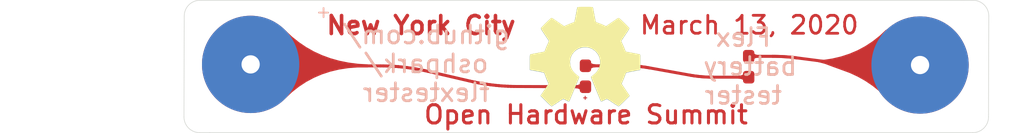
<source format=kicad_pcb>
(kicad_pcb (version 20171130) (host pcbnew 5.1.5-52549c5~84~ubuntu19.04.1)

  (general
    (thickness 1.6)
    (drawings 21)
    (tracks 105)
    (zones 0)
    (modules 6)
    (nets 4)
  )

  (page A4)
  (layers
    (0 F.Cu signal)
    (31 B.Cu signal)
    (32 B.Adhes user)
    (33 F.Adhes user)
    (34 B.Paste user)
    (35 F.Paste user)
    (36 B.SilkS user)
    (37 F.SilkS user)
    (38 B.Mask user)
    (39 F.Mask user)
    (40 Dwgs.User user)
    (41 Cmts.User user)
    (42 Eco1.User user)
    (43 Eco2.User user)
    (44 Edge.Cuts user)
    (45 Margin user)
    (46 B.CrtYd user)
    (47 F.CrtYd user)
    (48 B.Fab user)
    (49 F.Fab user)
  )

  (setup
    (last_trace_width 0.25)
    (trace_clearance 0.2)
    (zone_clearance 0.2)
    (zone_45_only no)
    (trace_min 0.2)
    (via_size 0.8)
    (via_drill 0.4)
    (via_min_size 0.4)
    (via_min_drill 0.3)
    (uvia_size 0.3)
    (uvia_drill 0.1)
    (uvias_allowed no)
    (uvia_min_size 0.2)
    (uvia_min_drill 0.1)
    (edge_width 0.05)
    (segment_width 0.2)
    (pcb_text_width 0.3)
    (pcb_text_size 1.5 1.5)
    (mod_edge_width 0.12)
    (mod_text_size 1 1)
    (mod_text_width 0.15)
    (pad_size 8.128 8.128)
    (pad_drill 1.524)
    (pad_to_mask_clearance 0.051)
    (solder_mask_min_width 0.25)
    (aux_axis_origin 0 0)
    (visible_elements FFFFFF7F)
    (pcbplotparams
      (layerselection 0x010fc_ffffffff)
      (usegerberextensions false)
      (usegerberattributes false)
      (usegerberadvancedattributes false)
      (creategerberjobfile false)
      (excludeedgelayer true)
      (linewidth 0.100000)
      (plotframeref false)
      (viasonmask false)
      (mode 1)
      (useauxorigin false)
      (hpglpennumber 1)
      (hpglpenspeed 20)
      (hpglpendiameter 15.000000)
      (psnegative false)
      (psa4output false)
      (plotreference true)
      (plotvalue true)
      (plotinvisibletext false)
      (padsonsilk false)
      (subtractmaskfromsilk false)
      (outputformat 1)
      (mirror false)
      (drillshape 1)
      (scaleselection 1)
      (outputdirectory ""))
  )

  (net 0 "")
  (net 1 GND)
  (net 2 +3V3)
  (net 3 "Net-(D1-Pad1)")

  (net_class Default "This is the default net class."
    (clearance 0.2)
    (trace_width 0.25)
    (via_dia 0.8)
    (via_drill 0.4)
    (uvia_dia 0.3)
    (uvia_drill 0.1)
    (add_net +3V3)
    (add_net GND)
    (add_net "Net-(D1-Pad1)")
  )

  (module touch:TestPoint_Pad_4.0x4.0mm (layer B.Cu) (tedit 5E4F1F96) (tstamp 5E48D7F6)
    (at 180.29682 95.63862)
    (descr "SMD rectangular pad as test Point, square 4.0mm side length")
    (tags "test point SMD pad rectangle square")
    (path /5DF4886B)
    (attr virtual)
    (fp_text reference J2 (at 0 2.898) (layer B.SilkS) hide
      (effects (font (size 1 1) (thickness 0.15)) (justify mirror))
    )
    (fp_text value Conn_01x01_Female (at 0 -3.1) (layer B.Fab) hide
      (effects (font (size 1 1) (thickness 0.15)) (justify mirror))
    )
    (fp_line (start 2.5 -2.5) (end -2.5 -2.5) (layer B.CrtYd) (width 0.05))
    (fp_line (start 2.5 -2.5) (end 2.5 2.5) (layer B.CrtYd) (width 0.05))
    (fp_line (start -2.5 2.5) (end -2.5 -2.5) (layer B.CrtYd) (width 0.05))
    (fp_line (start -2.5 2.5) (end 2.5 2.5) (layer B.CrtYd) (width 0.05))
    (fp_text user %R (at 0 2.9) (layer B.Fab) hide
      (effects (font (size 1 1) (thickness 0.15)) (justify mirror))
    )
    (pad 1 thru_hole circle (at 0 0) (size 8.128 8.128) (drill 1.524) (layers *.Cu *.Mask)
      (net 1 GND))
  )

  (module touch:TestPoint_Pad_4.0x4.0mm (layer B.Cu) (tedit 5E4F1ECC) (tstamp 5E48D97B)
    (at 124.61494 95.65132)
    (descr "SMD rectangular pad as test Point, square 4.0mm side length")
    (tags "test point SMD pad rectangle square")
    (path /5DF48217)
    (attr virtual)
    (fp_text reference J1 (at 0 2.898) (layer B.SilkS) hide
      (effects (font (size 1 1) (thickness 0.15)) (justify mirror))
    )
    (fp_text value Conn_01x01_Female (at 0 -3.1) (layer B.Fab) hide
      (effects (font (size 1 1) (thickness 0.15)) (justify mirror))
    )
    (fp_text user %R (at 0 2.9) (layer B.Fab) hide
      (effects (font (size 1 1) (thickness 0.15)) (justify mirror))
    )
    (fp_line (start -2.5 2.5) (end 2.5 2.5) (layer B.CrtYd) (width 0.05))
    (fp_line (start -2.5 2.5) (end -2.5 -2.5) (layer B.CrtYd) (width 0.05))
    (fp_line (start 2.5 -2.5) (end 2.5 2.5) (layer B.CrtYd) (width 0.05))
    (fp_line (start 2.5 -2.5) (end -2.5 -2.5) (layer B.CrtYd) (width 0.05))
    (pad 1 thru_hole circle (at -0.24384 -0.06604) (size 8.128 8.128) (drill 1.524) (layers *.Cu *.Mask)
      (net 2 +3V3))
  )

  (module Resistor_SMD:R_0603_1608Metric_Pad1.05x0.95mm_HandSolder (layer F.Cu) (tedit 5E4C6FEF) (tstamp 5E4CB3ED)
    (at 165.97884 95.77832 270)
    (descr "Resistor SMD 0603 (1608 Metric), square (rectangular) end terminal, IPC_7351 nominal with elongated pad for handsoldering. (Body size source: http://www.tortai-tech.com/upload/download/2011102023233369053.pdf), generated with kicad-footprint-generator")
    (tags "resistor handsolder")
    (path /5E4C332B)
    (attr smd)
    (fp_text reference R1 (at 0 -1.65 270) (layer F.SilkS) hide
      (effects (font (size 1 1) (thickness 0.15)))
    )
    (fp_text value R (at 0 1.65 270) (layer F.Fab)
      (effects (font (size 1 1) (thickness 0.15)))
    )
    (fp_text user %R (at 0 0 270) (layer F.Fab)
      (effects (font (size 0.5 0.5) (thickness 0.08)))
    )
    (fp_line (start 1.65 0.73) (end -1.65 0.73) (layer F.CrtYd) (width 0.05))
    (fp_line (start 1.65 -0.73) (end 1.65 0.73) (layer F.CrtYd) (width 0.05))
    (fp_line (start -1.65 -0.73) (end 1.65 -0.73) (layer F.CrtYd) (width 0.05))
    (fp_line (start -1.65 0.73) (end -1.65 -0.73) (layer F.CrtYd) (width 0.05))
    (fp_line (start 0.8 0.4) (end -0.8 0.4) (layer F.Fab) (width 0.1))
    (fp_line (start 0.8 -0.4) (end 0.8 0.4) (layer F.Fab) (width 0.1))
    (fp_line (start -0.8 -0.4) (end 0.8 -0.4) (layer F.Fab) (width 0.1))
    (fp_line (start -0.8 0.4) (end -0.8 -0.4) (layer F.Fab) (width 0.1))
    (pad 2 smd roundrect (at 0.875 0 270) (size 1.05 0.95) (layers F.Cu F.Paste F.Mask) (roundrect_rratio 0.25)
      (net 3 "Net-(D1-Pad1)"))
    (pad 1 smd roundrect (at -0.875 0 270) (size 1.05 0.95) (layers F.Cu F.Paste F.Mask) (roundrect_rratio 0.25)
      (net 1 GND))
    (model ${KISYS3DMOD}/Resistor_SMD.3dshapes/R_0603_1608Metric.wrl
      (at (xyz 0 0 0))
      (scale (xyz 1 1 1))
      (rotate (xyz 0 0 0))
    )
  )

  (module LED_SMD:LED_0603_1608Metric_Pad1.05x0.95mm_HandSolder (layer F.Cu) (tedit 5E4C3259) (tstamp 5E4872F7)
    (at 152.34412 96.57842 270)
    (descr "LED SMD 0603 (1608 Metric), square (rectangular) end terminal, IPC_7351 nominal, (Body size source: http://www.tortai-tech.com/upload/download/2011102023233369053.pdf), generated with kicad-footprint-generator")
    (tags "LED handsolder")
    (path /5DF40B3F)
    (attr smd)
    (fp_text reference D1 (at 0 -1.43 270) (layer F.SilkS) hide
      (effects (font (size 1 1) (thickness 0.15)))
    )
    (fp_text value LED (at 2.35588 3.76428 270) (layer F.Fab) hide
      (effects (font (size 1 1) (thickness 0.15)))
    )
    (fp_text user %R (at 0 0 270) (layer F.Fab)
      (effects (font (size 0.4 0.4) (thickness 0.06)))
    )
    (fp_line (start 1.65 0.73) (end -1.65 0.73) (layer F.CrtYd) (width 0.05))
    (fp_line (start 1.65 -0.73) (end 1.65 0.73) (layer F.CrtYd) (width 0.05))
    (fp_line (start -1.65 -0.73) (end 1.65 -0.73) (layer F.CrtYd) (width 0.05))
    (fp_line (start -1.65 0.73) (end -1.65 -0.73) (layer F.CrtYd) (width 0.05))
    (fp_line (start 0.8 0.4) (end 0.8 -0.4) (layer F.Fab) (width 0.1))
    (fp_line (start -0.8 0.4) (end 0.8 0.4) (layer F.Fab) (width 0.1))
    (fp_line (start -0.8 -0.1) (end -0.8 0.4) (layer F.Fab) (width 0.1))
    (fp_line (start -0.5 -0.4) (end -0.8 -0.1) (layer F.Fab) (width 0.1))
    (fp_line (start 0.8 -0.4) (end -0.5 -0.4) (layer F.Fab) (width 0.1))
    (pad 2 smd roundrect (at 0.875 0 270) (size 1.05 0.95) (layers F.Cu F.Paste F.Mask) (roundrect_rratio 0.25)
      (net 2 +3V3))
    (pad 1 smd roundrect (at -0.875 0 270) (size 1.05 0.95) (layers F.Cu F.Paste F.Mask) (roundrect_rratio 0.25)
      (net 3 "Net-(D1-Pad1)"))
    (model ${KISYS3DMOD}/LED_SMD.3dshapes/LED_0603_1608Metric.wrl
      (at (xyz 0 0 0))
      (scale (xyz 1 1 1))
      (rotate (xyz 0 0 0))
    )
  )

  (module Symbol:OSHW-Logo2_14.6x12mm_SilkScreen (layer B.Cu) (tedit 5E487EEC) (tstamp 5E490121)
    (at 152.3111 96.34474 180)
    (descr "Open Source Hardware Symbol")
    (tags "Logo Symbol OSHW")
    (attr virtual)
    (fp_text reference REF** (at 0 0) (layer B.SilkS) hide
      (effects (font (size 1 1) (thickness 0.15)) (justify mirror))
    )
    (fp_text value OSHW-Logo2_14.6x12mm_SilkScreen (at 0.75 0) (layer B.Fab) hide
      (effects (font (size 1 1) (thickness 0.15)) (justify mirror))
    )
    (fp_poly (pts (xy 0.209014 5.547002) (xy 0.367006 5.546137) (xy 0.481347 5.543795) (xy 0.559407 5.539238)
      (xy 0.608554 5.53173) (xy 0.636159 5.520534) (xy 0.649592 5.504912) (xy 0.656221 5.484127)
      (xy 0.656865 5.481437) (xy 0.666935 5.432887) (xy 0.685575 5.337095) (xy 0.710845 5.204257)
      (xy 0.740807 5.044569) (xy 0.773522 4.868226) (xy 0.774664 4.862033) (xy 0.807433 4.689218)
      (xy 0.838093 4.536531) (xy 0.864664 4.413129) (xy 0.885167 4.328169) (xy 0.897626 4.29081)
      (xy 0.89822 4.290148) (xy 0.934919 4.271905) (xy 1.010586 4.241503) (xy 1.108878 4.205507)
      (xy 1.109425 4.205315) (xy 1.233233 4.158778) (xy 1.379196 4.099496) (xy 1.516781 4.039891)
      (xy 1.523293 4.036944) (xy 1.74739 3.935235) (xy 2.243619 4.274103) (xy 2.395846 4.377408)
      (xy 2.533741 4.469763) (xy 2.649315 4.545916) (xy 2.734579 4.600615) (xy 2.781544 4.628607)
      (xy 2.786004 4.630683) (xy 2.820134 4.62144) (xy 2.883881 4.576844) (xy 2.979731 4.494791)
      (xy 3.110169 4.373179) (xy 3.243328 4.243795) (xy 3.371694 4.116298) (xy 3.486581 3.999954)
      (xy 3.581073 3.901948) (xy 3.648253 3.829464) (xy 3.681206 3.789687) (xy 3.682432 3.787639)
      (xy 3.686074 3.760344) (xy 3.67235 3.715766) (xy 3.637869 3.647888) (xy 3.579239 3.550689)
      (xy 3.49307 3.418149) (xy 3.3782 3.247524) (xy 3.276254 3.097345) (xy 3.185123 2.96265)
      (xy 3.110073 2.85126) (xy 3.056369 2.770995) (xy 3.02928 2.729675) (xy 3.027574 2.72687)
      (xy 3.030882 2.687279) (xy 3.055953 2.610331) (xy 3.097798 2.510568) (xy 3.112712 2.478709)
      (xy 3.177786 2.336774) (xy 3.247212 2.175727) (xy 3.303609 2.036379) (xy 3.344247 1.932956)
      (xy 3.376526 1.854358) (xy 3.395178 1.81328) (xy 3.397497 1.810115) (xy 3.431803 1.804872)
      (xy 3.512669 1.790506) (xy 3.629343 1.769063) (xy 3.771075 1.742587) (xy 3.92711 1.713123)
      (xy 4.086698 1.682717) (xy 4.239085 1.653412) (xy 4.373521 1.627255) (xy 4.479252 1.60629)
      (xy 4.545526 1.592561) (xy 4.561782 1.58868) (xy 4.578573 1.5791) (xy 4.591249 1.557464)
      (xy 4.600378 1.516469) (xy 4.606531 1.448811) (xy 4.61028 1.347188) (xy 4.612192 1.204297)
      (xy 4.61284 1.012835) (xy 4.612874 0.934355) (xy 4.612874 0.296094) (xy 4.459598 0.26584)
      (xy 4.374322 0.249436) (xy 4.24707 0.225491) (xy 4.093315 0.196893) (xy 3.928534 0.166533)
      (xy 3.882989 0.158194) (xy 3.730932 0.12863) (xy 3.598468 0.099558) (xy 3.496714 0.073671)
      (xy 3.436788 0.053663) (xy 3.426805 0.047699) (xy 3.402293 0.005466) (xy 3.367148 -0.07637)
      (xy 3.328173 -0.181683) (xy 3.320442 -0.204368) (xy 3.26936 -0.345018) (xy 3.205954 -0.503714)
      (xy 3.143904 -0.646225) (xy 3.143598 -0.646886) (xy 3.040267 -0.87044) (xy 3.719961 -1.870232)
      (xy 3.283621 -2.3073) (xy 3.151649 -2.437381) (xy 3.031279 -2.552048) (xy 2.929273 -2.645181)
      (xy 2.852391 -2.710658) (xy 2.807393 -2.742357) (xy 2.800938 -2.744368) (xy 2.76304 -2.728529)
      (xy 2.685708 -2.684496) (xy 2.577389 -2.61749) (xy 2.446532 -2.532734) (xy 2.305052 -2.437816)
      (xy 2.161461 -2.340998) (xy 2.033435 -2.256751) (xy 1.929105 -2.190258) (xy 1.8566 -2.146702)
      (xy 1.824158 -2.131264) (xy 1.784576 -2.144328) (xy 1.709519 -2.17875) (xy 1.614468 -2.22738)
      (xy 1.604392 -2.232785) (xy 1.476391 -2.29698) (xy 1.388618 -2.328463) (xy 1.334028 -2.328798)
      (xy 1.305575 -2.299548) (xy 1.30541 -2.299138) (xy 1.291188 -2.264498) (xy 1.257269 -2.182269)
      (xy 1.206284 -2.058814) (xy 1.140862 -1.900498) (xy 1.063634 -1.713686) (xy 0.977229 -1.504742)
      (xy 0.893551 -1.302446) (xy 0.801588 -1.0792) (xy 0.71715 -0.872392) (xy 0.642769 -0.688362)
      (xy 0.580974 -0.533451) (xy 0.534297 -0.413996) (xy 0.505268 -0.336339) (xy 0.496322 -0.307356)
      (xy 0.518756 -0.27411) (xy 0.577439 -0.221123) (xy 0.655689 -0.162704) (xy 0.878534 0.022048)
      (xy 1.052718 0.233818) (xy 1.176154 0.468144) (xy 1.246754 0.720566) (xy 1.262431 0.986623)
      (xy 1.251036 1.109425) (xy 1.18895 1.364207) (xy 1.082023 1.589199) (xy 0.936889 1.782183)
      (xy 0.760178 1.940939) (xy 0.558522 2.06325) (xy 0.338554 2.146895) (xy 0.106906 2.189656)
      (xy -0.129791 2.189313) (xy -0.364905 2.143648) (xy -0.591804 2.050441) (xy -0.803856 1.907473)
      (xy -0.892364 1.826617) (xy -1.062111 1.618993) (xy -1.180301 1.392105) (xy -1.247722 1.152567)
      (xy -1.26516 0.906993) (xy -1.233402 0.661997) (xy -1.153235 0.424192) (xy -1.025445 0.200193)
      (xy -0.85082 -0.003387) (xy -0.655688 -0.162704) (xy -0.574409 -0.223602) (xy -0.516991 -0.276015)
      (xy -0.496322 -0.307406) (xy -0.507144 -0.341639) (xy -0.537923 -0.423419) (xy -0.586126 -0.546407)
      (xy -0.649222 -0.704263) (xy -0.724678 -0.890649) (xy -0.809962 -1.099226) (xy -0.893781 -1.302496)
      (xy -0.986255 -1.525933) (xy -1.071911 -1.732984) (xy -1.148118 -1.917286) (xy -1.212247 -2.072475)
      (xy -1.261668 -2.192188) (xy -1.293752 -2.270061) (xy -1.305641 -2.299138) (xy -1.333726 -2.328677)
      (xy -1.388051 -2.328591) (xy -1.475605 -2.297326) (xy -1.603381 -2.233329) (xy -1.604392 -2.232785)
      (xy -1.700598 -2.183121) (xy -1.778369 -2.146945) (xy -1.822223 -2.131408) (xy -1.824158 -2.131264)
      (xy -1.857171 -2.147024) (xy -1.930054 -2.19085) (xy -2.034678 -2.257557) (xy -2.16291 -2.341964)
      (xy -2.305052 -2.437816) (xy -2.449767 -2.534867) (xy -2.580196 -2.61927) (xy -2.68789 -2.685801)
      (xy -2.764402 -2.729238) (xy -2.800938 -2.744368) (xy -2.834582 -2.724482) (xy -2.902224 -2.668903)
      (xy -2.997107 -2.583754) (xy -3.11247 -2.475153) (xy -3.241555 -2.349221) (xy -3.283771 -2.307149)
      (xy -3.720261 -1.869931) (xy -3.388023 -1.38234) (xy -3.287054 -1.232605) (xy -3.198438 -1.09822)
      (xy -3.127146 -0.986969) (xy -3.07815 -0.906639) (xy -3.056422 -0.865014) (xy -3.055785 -0.862053)
      (xy -3.06724 -0.822818) (xy -3.098051 -0.743895) (xy -3.142884 -0.638509) (xy -3.174353 -0.567954)
      (xy -3.233192 -0.432876) (xy -3.288604 -0.296409) (xy -3.331564 -0.181103) (xy -3.343234 -0.145977)
      (xy -3.376389 -0.052174) (xy -3.408799 0.020306) (xy -3.426601 0.047699) (xy -3.465886 0.064464)
      (xy -3.551626 0.08823) (xy -3.672697 0.116303) (xy -3.817973 0.145991) (xy -3.882988 0.158194)
      (xy -4.048087 0.188532) (xy -4.206448 0.217907) (xy -4.342596 0.243431) (xy -4.441057 0.262215)
      (xy -4.459598 0.26584) (xy -4.612873 0.296094) (xy -4.612873 0.934355) (xy -4.612529 1.14423)
      (xy -4.611116 1.30302) (xy -4.608064 1.418027) (xy -4.602803 1.496554) (xy -4.594763 1.545904)
      (xy -4.583373 1.573381) (xy -4.568063 1.586287) (xy -4.561782 1.58868) (xy -4.523896 1.597167)
      (xy -4.440195 1.6141) (xy -4.321433 1.637434) (xy -4.178361 1.665125) (xy -4.021732 1.695127)
      (xy -3.862297 1.725396) (xy -3.710809 1.753885) (xy -3.578019 1.778551) (xy -3.474681 1.797349)
      (xy -3.411545 1.808233) (xy -3.397497 1.810115) (xy -3.38477 1.835296) (xy -3.3566 1.902378)
      (xy -3.318252 1.998667) (xy -3.303609 2.036379) (xy -3.244548 2.182079) (xy -3.175 2.343049)
      (xy -3.112712 2.478709) (xy -3.066879 2.582439) (xy -3.036387 2.667674) (xy -3.026208 2.719874)
      (xy -3.027831 2.72687) (xy -3.049343 2.759898) (xy -3.098465 2.833357) (xy -3.169923 2.939423)
      (xy -3.258445 3.070274) (xy -3.358759 3.218088) (xy -3.378594 3.247266) (xy -3.494988 3.420137)
      (xy -3.580548 3.551774) (xy -3.638684 3.648239) (xy -3.672808 3.715592) (xy -3.686331 3.759894)
      (xy -3.682664 3.787206) (xy -3.68257 3.78738) (xy -3.653707 3.823254) (xy -3.589867 3.892609)
      (xy -3.497969 3.988255) (xy -3.384933 4.103001) (xy -3.257679 4.229659) (xy -3.243328 4.243795)
      (xy -3.082957 4.399097) (xy -2.959195 4.51313) (xy -2.869555 4.587998) (xy -2.811552 4.625804)
      (xy -2.786004 4.630683) (xy -2.748718 4.609397) (xy -2.671343 4.560227) (xy -2.561867 4.488425)
      (xy -2.42828 4.399245) (xy -2.27857 4.297937) (xy -2.243618 4.274103) (xy -1.74739 3.935235)
      (xy -1.523293 4.036944) (xy -1.387011 4.096217) (xy -1.240724 4.15583) (xy -1.114965 4.20336)
      (xy -1.109425 4.205315) (xy -1.011057 4.241323) (xy -0.935229 4.271771) (xy -0.898282 4.290095)
      (xy -0.89822 4.290148) (xy -0.886496 4.323271) (xy -0.866568 4.404733) (xy -0.840413 4.525375)
      (xy -0.81001 4.676041) (xy -0.777337 4.847572) (xy -0.774664 4.862033) (xy -0.74189 5.038765)
      (xy -0.711802 5.19919) (xy -0.686339 5.333112) (xy -0.667441 5.430337) (xy -0.657047 5.480668)
      (xy -0.656865 5.481437) (xy -0.650539 5.502847) (xy -0.638239 5.519012) (xy -0.612594 5.530669)
      (xy -0.566235 5.538555) (xy -0.491792 5.543407) (xy -0.381895 5.545961) (xy -0.229175 5.546955)
      (xy -0.026262 5.547126) (xy 0 5.547126) (xy 0.209014 5.547002)) (layer B.Mask) (width 0.01))
    (fp_poly (pts (xy 0.209014 5.547002) (xy 0.367006 5.546137) (xy 0.481347 5.543795) (xy 0.559407 5.539238)
      (xy 0.608554 5.53173) (xy 0.636159 5.520534) (xy 0.649592 5.504912) (xy 0.656221 5.484127)
      (xy 0.656865 5.481437) (xy 0.666935 5.432887) (xy 0.685575 5.337095) (xy 0.710845 5.204257)
      (xy 0.740807 5.044569) (xy 0.773522 4.868226) (xy 0.774664 4.862033) (xy 0.807433 4.689218)
      (xy 0.838093 4.536531) (xy 0.864664 4.413129) (xy 0.885167 4.328169) (xy 0.897626 4.29081)
      (xy 0.89822 4.290148) (xy 0.934919 4.271905) (xy 1.010586 4.241503) (xy 1.108878 4.205507)
      (xy 1.109425 4.205315) (xy 1.233233 4.158778) (xy 1.379196 4.099496) (xy 1.516781 4.039891)
      (xy 1.523293 4.036944) (xy 1.74739 3.935235) (xy 2.243619 4.274103) (xy 2.395846 4.377408)
      (xy 2.533741 4.469763) (xy 2.649315 4.545916) (xy 2.734579 4.600615) (xy 2.781544 4.628607)
      (xy 2.786004 4.630683) (xy 2.820134 4.62144) (xy 2.883881 4.576844) (xy 2.979731 4.494791)
      (xy 3.110169 4.373179) (xy 3.243328 4.243795) (xy 3.371694 4.116298) (xy 3.486581 3.999954)
      (xy 3.581073 3.901948) (xy 3.648253 3.829464) (xy 3.681206 3.789687) (xy 3.682432 3.787639)
      (xy 3.686074 3.760344) (xy 3.67235 3.715766) (xy 3.637869 3.647888) (xy 3.579239 3.550689)
      (xy 3.49307 3.418149) (xy 3.3782 3.247524) (xy 3.276254 3.097345) (xy 3.185123 2.96265)
      (xy 3.110073 2.85126) (xy 3.056369 2.770995) (xy 3.02928 2.729675) (xy 3.027574 2.72687)
      (xy 3.030882 2.687279) (xy 3.055953 2.610331) (xy 3.097798 2.510568) (xy 3.112712 2.478709)
      (xy 3.177786 2.336774) (xy 3.247212 2.175727) (xy 3.303609 2.036379) (xy 3.344247 1.932956)
      (xy 3.376526 1.854358) (xy 3.395178 1.81328) (xy 3.397497 1.810115) (xy 3.431803 1.804872)
      (xy 3.512669 1.790506) (xy 3.629343 1.769063) (xy 3.771075 1.742587) (xy 3.92711 1.713123)
      (xy 4.086698 1.682717) (xy 4.239085 1.653412) (xy 4.373521 1.627255) (xy 4.479252 1.60629)
      (xy 4.545526 1.592561) (xy 4.561782 1.58868) (xy 4.578573 1.5791) (xy 4.591249 1.557464)
      (xy 4.600378 1.516469) (xy 4.606531 1.448811) (xy 4.61028 1.347188) (xy 4.612192 1.204297)
      (xy 4.61284 1.012835) (xy 4.612874 0.934355) (xy 4.612874 0.296094) (xy 4.459598 0.26584)
      (xy 4.374322 0.249436) (xy 4.24707 0.225491) (xy 4.093315 0.196893) (xy 3.928534 0.166533)
      (xy 3.882989 0.158194) (xy 3.730932 0.12863) (xy 3.598468 0.099558) (xy 3.496714 0.073671)
      (xy 3.436788 0.053663) (xy 3.426805 0.047699) (xy 3.402293 0.005466) (xy 3.367148 -0.07637)
      (xy 3.328173 -0.181683) (xy 3.320442 -0.204368) (xy 3.26936 -0.345018) (xy 3.205954 -0.503714)
      (xy 3.143904 -0.646225) (xy 3.143598 -0.646886) (xy 3.040267 -0.87044) (xy 3.719961 -1.870232)
      (xy 3.283621 -2.3073) (xy 3.151649 -2.437381) (xy 3.031279 -2.552048) (xy 2.929273 -2.645181)
      (xy 2.852391 -2.710658) (xy 2.807393 -2.742357) (xy 2.800938 -2.744368) (xy 2.76304 -2.728529)
      (xy 2.685708 -2.684496) (xy 2.577389 -2.61749) (xy 2.446532 -2.532734) (xy 2.305052 -2.437816)
      (xy 2.161461 -2.340998) (xy 2.033435 -2.256751) (xy 1.929105 -2.190258) (xy 1.8566 -2.146702)
      (xy 1.824158 -2.131264) (xy 1.784576 -2.144328) (xy 1.709519 -2.17875) (xy 1.614468 -2.22738)
      (xy 1.604392 -2.232785) (xy 1.476391 -2.29698) (xy 1.388618 -2.328463) (xy 1.334028 -2.328798)
      (xy 1.305575 -2.299548) (xy 1.30541 -2.299138) (xy 1.291188 -2.264498) (xy 1.257269 -2.182269)
      (xy 1.206284 -2.058814) (xy 1.140862 -1.900498) (xy 1.063634 -1.713686) (xy 0.977229 -1.504742)
      (xy 0.893551 -1.302446) (xy 0.801588 -1.0792) (xy 0.71715 -0.872392) (xy 0.642769 -0.688362)
      (xy 0.580974 -0.533451) (xy 0.534297 -0.413996) (xy 0.505268 -0.336339) (xy 0.496322 -0.307356)
      (xy 0.518756 -0.27411) (xy 0.577439 -0.221123) (xy 0.655689 -0.162704) (xy 0.878534 0.022048)
      (xy 1.052718 0.233818) (xy 1.176154 0.468144) (xy 1.246754 0.720566) (xy 1.262431 0.986623)
      (xy 1.251036 1.109425) (xy 1.18895 1.364207) (xy 1.082023 1.589199) (xy 0.936889 1.782183)
      (xy 0.760178 1.940939) (xy 0.558522 2.06325) (xy 0.338554 2.146895) (xy 0.106906 2.189656)
      (xy -0.129791 2.189313) (xy -0.364905 2.143648) (xy -0.591804 2.050441) (xy -0.803856 1.907473)
      (xy -0.892364 1.826617) (xy -1.062111 1.618993) (xy -1.180301 1.392105) (xy -1.247722 1.152567)
      (xy -1.26516 0.906993) (xy -1.233402 0.661997) (xy -1.153235 0.424192) (xy -1.025445 0.200193)
      (xy -0.85082 -0.003387) (xy -0.655688 -0.162704) (xy -0.574409 -0.223602) (xy -0.516991 -0.276015)
      (xy -0.496322 -0.307406) (xy -0.507144 -0.341639) (xy -0.537923 -0.423419) (xy -0.586126 -0.546407)
      (xy -0.649222 -0.704263) (xy -0.724678 -0.890649) (xy -0.809962 -1.099226) (xy -0.893781 -1.302496)
      (xy -0.986255 -1.525933) (xy -1.071911 -1.732984) (xy -1.148118 -1.917286) (xy -1.212247 -2.072475)
      (xy -1.261668 -2.192188) (xy -1.293752 -2.270061) (xy -1.305641 -2.299138) (xy -1.333726 -2.328677)
      (xy -1.388051 -2.328591) (xy -1.475605 -2.297326) (xy -1.603381 -2.233329) (xy -1.604392 -2.232785)
      (xy -1.700598 -2.183121) (xy -1.778369 -2.146945) (xy -1.822223 -2.131408) (xy -1.824158 -2.131264)
      (xy -1.857171 -2.147024) (xy -1.930054 -2.19085) (xy -2.034678 -2.257557) (xy -2.16291 -2.341964)
      (xy -2.305052 -2.437816) (xy -2.449767 -2.534867) (xy -2.580196 -2.61927) (xy -2.68789 -2.685801)
      (xy -2.764402 -2.729238) (xy -2.800938 -2.744368) (xy -2.834582 -2.724482) (xy -2.902224 -2.668903)
      (xy -2.997107 -2.583754) (xy -3.11247 -2.475153) (xy -3.241555 -2.349221) (xy -3.283771 -2.307149)
      (xy -3.720261 -1.869931) (xy -3.388023 -1.38234) (xy -3.287054 -1.232605) (xy -3.198438 -1.09822)
      (xy -3.127146 -0.986969) (xy -3.07815 -0.906639) (xy -3.056422 -0.865014) (xy -3.055785 -0.862053)
      (xy -3.06724 -0.822818) (xy -3.098051 -0.743895) (xy -3.142884 -0.638509) (xy -3.174353 -0.567954)
      (xy -3.233192 -0.432876) (xy -3.288604 -0.296409) (xy -3.331564 -0.181103) (xy -3.343234 -0.145977)
      (xy -3.376389 -0.052174) (xy -3.408799 0.020306) (xy -3.426601 0.047699) (xy -3.465886 0.064464)
      (xy -3.551626 0.08823) (xy -3.672697 0.116303) (xy -3.817973 0.145991) (xy -3.882988 0.158194)
      (xy -4.048087 0.188532) (xy -4.206448 0.217907) (xy -4.342596 0.243431) (xy -4.441057 0.262215)
      (xy -4.459598 0.26584) (xy -4.612873 0.296094) (xy -4.612873 0.934355) (xy -4.612529 1.14423)
      (xy -4.611116 1.30302) (xy -4.608064 1.418027) (xy -4.602803 1.496554) (xy -4.594763 1.545904)
      (xy -4.583373 1.573381) (xy -4.568063 1.586287) (xy -4.561782 1.58868) (xy -4.523896 1.597167)
      (xy -4.440195 1.6141) (xy -4.321433 1.637434) (xy -4.178361 1.665125) (xy -4.021732 1.695127)
      (xy -3.862297 1.725396) (xy -3.710809 1.753885) (xy -3.578019 1.778551) (xy -3.474681 1.797349)
      (xy -3.411545 1.808233) (xy -3.397497 1.810115) (xy -3.38477 1.835296) (xy -3.3566 1.902378)
      (xy -3.318252 1.998667) (xy -3.303609 2.036379) (xy -3.244548 2.182079) (xy -3.175 2.343049)
      (xy -3.112712 2.478709) (xy -3.066879 2.582439) (xy -3.036387 2.667674) (xy -3.026208 2.719874)
      (xy -3.027831 2.72687) (xy -3.049343 2.759898) (xy -3.098465 2.833357) (xy -3.169923 2.939423)
      (xy -3.258445 3.070274) (xy -3.358759 3.218088) (xy -3.378594 3.247266) (xy -3.494988 3.420137)
      (xy -3.580548 3.551774) (xy -3.638684 3.648239) (xy -3.672808 3.715592) (xy -3.686331 3.759894)
      (xy -3.682664 3.787206) (xy -3.68257 3.78738) (xy -3.653707 3.823254) (xy -3.589867 3.892609)
      (xy -3.497969 3.988255) (xy -3.384933 4.103001) (xy -3.257679 4.229659) (xy -3.243328 4.243795)
      (xy -3.082957 4.399097) (xy -2.959195 4.51313) (xy -2.869555 4.587998) (xy -2.811552 4.625804)
      (xy -2.786004 4.630683) (xy -2.748718 4.609397) (xy -2.671343 4.560227) (xy -2.561867 4.488425)
      (xy -2.42828 4.399245) (xy -2.27857 4.297937) (xy -2.243618 4.274103) (xy -1.74739 3.935235)
      (xy -1.523293 4.036944) (xy -1.387011 4.096217) (xy -1.240724 4.15583) (xy -1.114965 4.20336)
      (xy -1.109425 4.205315) (xy -1.011057 4.241323) (xy -0.935229 4.271771) (xy -0.898282 4.290095)
      (xy -0.89822 4.290148) (xy -0.886496 4.323271) (xy -0.866568 4.404733) (xy -0.840413 4.525375)
      (xy -0.81001 4.676041) (xy -0.777337 4.847572) (xy -0.774664 4.862033) (xy -0.74189 5.038765)
      (xy -0.711802 5.19919) (xy -0.686339 5.333112) (xy -0.667441 5.430337) (xy -0.657047 5.480668)
      (xy -0.656865 5.481437) (xy -0.650539 5.502847) (xy -0.638239 5.519012) (xy -0.612594 5.530669)
      (xy -0.566235 5.538555) (xy -0.491792 5.543407) (xy -0.381895 5.545961) (xy -0.229175 5.546955)
      (xy -0.026262 5.547126) (xy 0 5.547126) (xy 0.209014 5.547002)) (layer B.Cu) (width 0.01))
  )

  (module Symbol:OSHW-Logo2_14.6x12mm_SilkScreen (layer F.Cu) (tedit 5E487BD2) (tstamp 5E48E758)
    (at 152.31364 96.33204)
    (descr "Open Source Hardware Symbol")
    (tags "Logo Symbol OSHW")
    (attr virtual)
    (fp_text reference REF** (at 0 0) (layer F.SilkS) hide
      (effects (font (size 1 1) (thickness 0.15)))
    )
    (fp_text value OSHW-Logo2_14.6x12mm_SilkScreen (at 0.75 0) (layer F.Fab) hide
      (effects (font (size 1 1) (thickness 0.15)))
    )
    (fp_poly (pts (xy 0.209014 -5.547002) (xy 0.367006 -5.546137) (xy 0.481347 -5.543795) (xy 0.559407 -5.539238)
      (xy 0.608554 -5.53173) (xy 0.636159 -5.520534) (xy 0.649592 -5.504912) (xy 0.656221 -5.484127)
      (xy 0.656865 -5.481437) (xy 0.666935 -5.432887) (xy 0.685575 -5.337095) (xy 0.710845 -5.204257)
      (xy 0.740807 -5.044569) (xy 0.773522 -4.868226) (xy 0.774664 -4.862033) (xy 0.807433 -4.689218)
      (xy 0.838093 -4.536531) (xy 0.864664 -4.413129) (xy 0.885167 -4.328169) (xy 0.897626 -4.29081)
      (xy 0.89822 -4.290148) (xy 0.934919 -4.271905) (xy 1.010586 -4.241503) (xy 1.108878 -4.205507)
      (xy 1.109425 -4.205315) (xy 1.233233 -4.158778) (xy 1.379196 -4.099496) (xy 1.516781 -4.039891)
      (xy 1.523293 -4.036944) (xy 1.74739 -3.935235) (xy 2.243619 -4.274103) (xy 2.395846 -4.377408)
      (xy 2.533741 -4.469763) (xy 2.649315 -4.545916) (xy 2.734579 -4.600615) (xy 2.781544 -4.628607)
      (xy 2.786004 -4.630683) (xy 2.820134 -4.62144) (xy 2.883881 -4.576844) (xy 2.979731 -4.494791)
      (xy 3.110169 -4.373179) (xy 3.243328 -4.243795) (xy 3.371694 -4.116298) (xy 3.486581 -3.999954)
      (xy 3.581073 -3.901948) (xy 3.648253 -3.829464) (xy 3.681206 -3.789687) (xy 3.682432 -3.787639)
      (xy 3.686074 -3.760344) (xy 3.67235 -3.715766) (xy 3.637869 -3.647888) (xy 3.579239 -3.550689)
      (xy 3.49307 -3.418149) (xy 3.3782 -3.247524) (xy 3.276254 -3.097345) (xy 3.185123 -2.96265)
      (xy 3.110073 -2.85126) (xy 3.056369 -2.770995) (xy 3.02928 -2.729675) (xy 3.027574 -2.72687)
      (xy 3.030882 -2.687279) (xy 3.055953 -2.610331) (xy 3.097798 -2.510568) (xy 3.112712 -2.478709)
      (xy 3.177786 -2.336774) (xy 3.247212 -2.175727) (xy 3.303609 -2.036379) (xy 3.344247 -1.932956)
      (xy 3.376526 -1.854358) (xy 3.395178 -1.81328) (xy 3.397497 -1.810115) (xy 3.431803 -1.804872)
      (xy 3.512669 -1.790506) (xy 3.629343 -1.769063) (xy 3.771075 -1.742587) (xy 3.92711 -1.713123)
      (xy 4.086698 -1.682717) (xy 4.239085 -1.653412) (xy 4.373521 -1.627255) (xy 4.479252 -1.60629)
      (xy 4.545526 -1.592561) (xy 4.561782 -1.58868) (xy 4.578573 -1.5791) (xy 4.591249 -1.557464)
      (xy 4.600378 -1.516469) (xy 4.606531 -1.448811) (xy 4.61028 -1.347188) (xy 4.612192 -1.204297)
      (xy 4.61284 -1.012835) (xy 4.612874 -0.934355) (xy 4.612874 -0.296094) (xy 4.459598 -0.26584)
      (xy 4.374322 -0.249436) (xy 4.24707 -0.225491) (xy 4.093315 -0.196893) (xy 3.928534 -0.166533)
      (xy 3.882989 -0.158194) (xy 3.730932 -0.12863) (xy 3.598468 -0.099558) (xy 3.496714 -0.073671)
      (xy 3.436788 -0.053663) (xy 3.426805 -0.047699) (xy 3.402293 -0.005466) (xy 3.367148 0.07637)
      (xy 3.328173 0.181683) (xy 3.320442 0.204368) (xy 3.26936 0.345018) (xy 3.205954 0.503714)
      (xy 3.143904 0.646225) (xy 3.143598 0.646886) (xy 3.040267 0.87044) (xy 3.719961 1.870232)
      (xy 3.283621 2.3073) (xy 3.151649 2.437381) (xy 3.031279 2.552048) (xy 2.929273 2.645181)
      (xy 2.852391 2.710658) (xy 2.807393 2.742357) (xy 2.800938 2.744368) (xy 2.76304 2.728529)
      (xy 2.685708 2.684496) (xy 2.577389 2.61749) (xy 2.446532 2.532734) (xy 2.305052 2.437816)
      (xy 2.161461 2.340998) (xy 2.033435 2.256751) (xy 1.929105 2.190258) (xy 1.8566 2.146702)
      (xy 1.824158 2.131264) (xy 1.784576 2.144328) (xy 1.709519 2.17875) (xy 1.614468 2.22738)
      (xy 1.604392 2.232785) (xy 1.476391 2.29698) (xy 1.388618 2.328463) (xy 1.334028 2.328798)
      (xy 1.305575 2.299548) (xy 1.30541 2.299138) (xy 1.291188 2.264498) (xy 1.257269 2.182269)
      (xy 1.206284 2.058814) (xy 1.140862 1.900498) (xy 1.063634 1.713686) (xy 0.977229 1.504742)
      (xy 0.893551 1.302446) (xy 0.801588 1.0792) (xy 0.71715 0.872392) (xy 0.642769 0.688362)
      (xy 0.580974 0.533451) (xy 0.534297 0.413996) (xy 0.505268 0.336339) (xy 0.496322 0.307356)
      (xy 0.518756 0.27411) (xy 0.577439 0.221123) (xy 0.655689 0.162704) (xy 0.878534 -0.022048)
      (xy 1.052718 -0.233818) (xy 1.176154 -0.468144) (xy 1.246754 -0.720566) (xy 1.262431 -0.986623)
      (xy 1.251036 -1.109425) (xy 1.18895 -1.364207) (xy 1.082023 -1.589199) (xy 0.936889 -1.782183)
      (xy 0.760178 -1.940939) (xy 0.558522 -2.06325) (xy 0.338554 -2.146895) (xy 0.106906 -2.189656)
      (xy -0.129791 -2.189313) (xy -0.364905 -2.143648) (xy -0.591804 -2.050441) (xy -0.803856 -1.907473)
      (xy -0.892364 -1.826617) (xy -1.062111 -1.618993) (xy -1.180301 -1.392105) (xy -1.247722 -1.152567)
      (xy -1.26516 -0.906993) (xy -1.233402 -0.661997) (xy -1.153235 -0.424192) (xy -1.025445 -0.200193)
      (xy -0.85082 0.003387) (xy -0.655688 0.162704) (xy -0.574409 0.223602) (xy -0.516991 0.276015)
      (xy -0.496322 0.307406) (xy -0.507144 0.341639) (xy -0.537923 0.423419) (xy -0.586126 0.546407)
      (xy -0.649222 0.704263) (xy -0.724678 0.890649) (xy -0.809962 1.099226) (xy -0.893781 1.302496)
      (xy -0.986255 1.525933) (xy -1.071911 1.732984) (xy -1.148118 1.917286) (xy -1.212247 2.072475)
      (xy -1.261668 2.192188) (xy -1.293752 2.270061) (xy -1.305641 2.299138) (xy -1.333726 2.328677)
      (xy -1.388051 2.328591) (xy -1.475605 2.297326) (xy -1.603381 2.233329) (xy -1.604392 2.232785)
      (xy -1.700598 2.183121) (xy -1.778369 2.146945) (xy -1.822223 2.131408) (xy -1.824158 2.131264)
      (xy -1.857171 2.147024) (xy -1.930054 2.19085) (xy -2.034678 2.257557) (xy -2.16291 2.341964)
      (xy -2.305052 2.437816) (xy -2.449767 2.534867) (xy -2.580196 2.61927) (xy -2.68789 2.685801)
      (xy -2.764402 2.729238) (xy -2.800938 2.744368) (xy -2.834582 2.724482) (xy -2.902224 2.668903)
      (xy -2.997107 2.583754) (xy -3.11247 2.475153) (xy -3.241555 2.349221) (xy -3.283771 2.307149)
      (xy -3.720261 1.869931) (xy -3.388023 1.38234) (xy -3.287054 1.232605) (xy -3.198438 1.09822)
      (xy -3.127146 0.986969) (xy -3.07815 0.906639) (xy -3.056422 0.865014) (xy -3.055785 0.862053)
      (xy -3.06724 0.822818) (xy -3.098051 0.743895) (xy -3.142884 0.638509) (xy -3.174353 0.567954)
      (xy -3.233192 0.432876) (xy -3.288604 0.296409) (xy -3.331564 0.181103) (xy -3.343234 0.145977)
      (xy -3.376389 0.052174) (xy -3.408799 -0.020306) (xy -3.426601 -0.047699) (xy -3.465886 -0.064464)
      (xy -3.551626 -0.08823) (xy -3.672697 -0.116303) (xy -3.817973 -0.145991) (xy -3.882988 -0.158194)
      (xy -4.048087 -0.188532) (xy -4.206448 -0.217907) (xy -4.342596 -0.243431) (xy -4.441057 -0.262215)
      (xy -4.459598 -0.26584) (xy -4.612873 -0.296094) (xy -4.612873 -0.934355) (xy -4.612529 -1.14423)
      (xy -4.611116 -1.30302) (xy -4.608064 -1.418027) (xy -4.602803 -1.496554) (xy -4.594763 -1.545904)
      (xy -4.583373 -1.573381) (xy -4.568063 -1.586287) (xy -4.561782 -1.58868) (xy -4.523896 -1.597167)
      (xy -4.440195 -1.6141) (xy -4.321433 -1.637434) (xy -4.178361 -1.665125) (xy -4.021732 -1.695127)
      (xy -3.862297 -1.725396) (xy -3.710809 -1.753885) (xy -3.578019 -1.778551) (xy -3.474681 -1.797349)
      (xy -3.411545 -1.808233) (xy -3.397497 -1.810115) (xy -3.38477 -1.835296) (xy -3.3566 -1.902378)
      (xy -3.318252 -1.998667) (xy -3.303609 -2.036379) (xy -3.244548 -2.182079) (xy -3.175 -2.343049)
      (xy -3.112712 -2.478709) (xy -3.066879 -2.582439) (xy -3.036387 -2.667674) (xy -3.026208 -2.719874)
      (xy -3.027831 -2.72687) (xy -3.049343 -2.759898) (xy -3.098465 -2.833357) (xy -3.169923 -2.939423)
      (xy -3.258445 -3.070274) (xy -3.358759 -3.218088) (xy -3.378594 -3.247266) (xy -3.494988 -3.420137)
      (xy -3.580548 -3.551774) (xy -3.638684 -3.648239) (xy -3.672808 -3.715592) (xy -3.686331 -3.759894)
      (xy -3.682664 -3.787206) (xy -3.68257 -3.78738) (xy -3.653707 -3.823254) (xy -3.589867 -3.892609)
      (xy -3.497969 -3.988255) (xy -3.384933 -4.103001) (xy -3.257679 -4.229659) (xy -3.243328 -4.243795)
      (xy -3.082957 -4.399097) (xy -2.959195 -4.51313) (xy -2.869555 -4.587998) (xy -2.811552 -4.625804)
      (xy -2.786004 -4.630683) (xy -2.748718 -4.609397) (xy -2.671343 -4.560227) (xy -2.561867 -4.488425)
      (xy -2.42828 -4.399245) (xy -2.27857 -4.297937) (xy -2.243618 -4.274103) (xy -1.74739 -3.935235)
      (xy -1.523293 -4.036944) (xy -1.387011 -4.096217) (xy -1.240724 -4.15583) (xy -1.114965 -4.20336)
      (xy -1.109425 -4.205315) (xy -1.011057 -4.241323) (xy -0.935229 -4.271771) (xy -0.898282 -4.290095)
      (xy -0.89822 -4.290148) (xy -0.886496 -4.323271) (xy -0.866568 -4.404733) (xy -0.840413 -4.525375)
      (xy -0.81001 -4.676041) (xy -0.777337 -4.847572) (xy -0.774664 -4.862033) (xy -0.74189 -5.038765)
      (xy -0.711802 -5.19919) (xy -0.686339 -5.333112) (xy -0.667441 -5.430337) (xy -0.657047 -5.480668)
      (xy -0.656865 -5.481437) (xy -0.650539 -5.502847) (xy -0.638239 -5.519012) (xy -0.612594 -5.530669)
      (xy -0.566235 -5.538555) (xy -0.491792 -5.543407) (xy -0.381895 -5.545961) (xy -0.229175 -5.546955)
      (xy -0.026262 -5.547126) (xy 0 -5.547126) (xy 0.209014 -5.547002)) (layer F.SilkS) (width 0.01))
  )

  (gr_text "Open Hardware Summit" (at 152.3873 99.78644) (layer F.Mask) (tstamp 5E4C54C0)
    (effects (font (size 1.524 1.524) (thickness 0.254)))
  )
  (gr_text + (at 152.32126 98.35388) (layer F.Cu)
    (effects (font (size 0.3556 0.3556) (thickness 0.0762)))
  )
  (gr_text "github.com/\noshpark/\nflextester" (at 139.03706 95.52432) (layer B.SilkS) (tstamp 5E48FFEE)
    (effects (font (size 1.5 1.5) (thickness 0.2286)) (justify mirror))
  )
  (gr_text "Flex\nbattery \ntester" (at 165.5318 95.74784) (layer B.SilkS)
    (effects (font (size 1.5 1.5) (thickness 0.2286)) (justify mirror))
  )
  (gr_text "March 13, 2020" (at 166.02964 92.3036) (layer F.Cu) (tstamp 5E48FFD2)
    (effects (font (size 1.5 1.5) (thickness 0.2286)))
  )
  (gr_text "New York City" (at 138.61034 92.32646) (layer F.Cu)
    (effects (font (size 1.5 1.5) (thickness 0.3)))
  )
  (gr_text "Open Hardware Summit" (at 152.38476 99.7839) (layer F.Mask) (tstamp 5E48FD6C)
    (effects (font (size 1.524 1.524) (thickness 0.254)))
  )
  (gr_text "Open Hardware Summit" (at 152.3873 99.78644) (layer F.Cu)
    (effects (font (size 1.524 1.524) (thickness 0.254)))
  )
  (gr_line (start 186.038754 91.545674) (end 186.015894 99.972866) (layer Edge.Cuts) (width 0.05) (tstamp 5E48DBDC))
  (gr_line (start 118.824746 91.545674) (end 118.801886 99.972866) (layer Edge.Cuts) (width 0.05) (tstamp 5E48DBDB))
  (gr_arc (start 120.1166 99.972866) (end 120.1166 101.28758) (angle 90) (layer Edge.Cuts) (width 0.05) (tstamp 5E48DB9C))
  (gr_arc (start 184.70118 99.972866) (end 184.70118 101.28758) (angle -90) (layer Edge.Cuts) (width 0.05) (tstamp 5E48DB9B))
  (gr_line (start 184.70118 101.28758) (end 120.9421 101.28758) (layer Edge.Cuts) (width 0.05) (tstamp 5E48DB99))
  (gr_line (start 120.9421 101.28758) (end 120.1166 101.28758) (layer Edge.Cuts) (width 0.05) (tstamp 5E48DB98))
  (gr_line (start 183.89854 90.23096) (end 184.72404 90.23096) (layer Edge.Cuts) (width 0.05))
  (gr_arc (start 184.72404 91.545674) (end 184.72404 90.23096) (angle 90) (layer Edge.Cuts) (width 0.05) (tstamp 5E48DB74))
  (gr_line (start 120.13946 90.23096) (end 183.89854 90.23096) (layer Edge.Cuts) (width 0.05))
  (gr_arc (start 120.13946 91.545674) (end 120.13946 90.23096) (angle -90) (layer Edge.Cuts) (width 0.05))
  (gr_line (start 152.40762 95.71482) (end 124.64288 95.71482) (layer Eco1.User) (width 0.15))
  (gr_line (start 103.50754 90.35288) (end 188.92012 90.35288) (layer Eco1.User) (width 0.15))
  (gr_text + (at 130.46202 91.18346) (layer B.SilkS) (tstamp 5E4872EB)
    (effects (font (size 1 1) (thickness 0.15)) (justify mirror))
  )

  (segment (start 169.601723 94.994955) (end 169.47752 94.982496) (width 0.25) (layer F.Cu) (net 1) (tstamp D9))
  (segment (start 169.725821 95.008416) (end 169.601723 94.994955) (width 0.25) (layer F.Cu) (net 1) (tstamp D9))
  (segment (start 169.973672 95.038339) (end 169.849807 95.022877) (width 0.25) (layer F.Cu) (net 1) (tstamp D9))
  (segment (start 175.64212 95.708293) (end 175.517413 95.702764) (width 0.25) (layer F.Cu) (net 1) (tstamp D9))
  (segment (start 168.730561 94.928809) (end 168.605853 94.923378) (width 0.25) (layer F.Cu) (net 1) (tstamp D9))
  (segment (start 174.274306 95.592764) (end 169.973672 95.038339) (width 0.25) (layer F.Cu) (net 1))
  (segment (start 175.143613 95.680199) (end 175.019147 95.670688) (width 0.25) (layer F.Cu) (net 1) (tstamp D9))
  (segment (start 174.398173 95.608229) (end 174.274306 95.592764) (width 0.25) (layer F.Cu) (net 1) (tstamp D9))
  (segment (start 168.979825 94.942687) (end 168.855221 94.935245) (width 0.25) (layer F.Cu) (net 1) (tstamp D9))
  (segment (start 174.646259 95.63619) (end 174.52216 95.622705) (width 0.25) (layer F.Cu) (net 1) (tstamp D9))
  (segment (start 168.106705 94.911717) (end 167.98188 94.91132) (width 0.25) (layer F.Cu) (net 1) (tstamp D9))
  (segment (start 174.89476 95.660182) (end 174.770462 95.648682) (width 0.25) (layer F.Cu) (net 1) (tstamp D9))
  (segment (start 169.228833 94.960584) (end 169.104365 94.951134) (width 0.25) (layer F.Cu) (net 1) (tstamp D9))
  (segment (start 175.019147 95.670688) (end 174.89476 95.660182) (width 0.25) (layer F.Cu) (net 1) (tstamp D9))
  (segment (start 169.849807 95.022877) (end 169.725821 95.008416) (width 0.25) (layer F.Cu) (net 1) (tstamp D9))
  (segment (start 175.891646 95.716361) (end 175.766867 95.712826) (width 0.25) (layer F.Cu) (net 1) (tstamp D9))
  (segment (start 169.47752 94.982496) (end 169.353221 94.971039) (width 0.25) (layer F.Cu) (net 1) (tstamp D9))
  (segment (start 168.605853 94.923378) (end 168.481105 94.918953) (width 0.25) (layer F.Cu) (net 1) (tstamp D9))
  (segment (start 174.52216 95.622705) (end 174.398173 95.608229) (width 0.25) (layer F.Cu) (net 1) (tstamp D9))
  (segment (start 176.01645 95.7189) (end 175.891646 95.716361) (width 0.25) (layer F.Cu) (net 1) (tstamp D9))
  (segment (start 176.266098 95.720986) (end 176.141269 95.720441) (width 0.25) (layer F.Cu) (net 1) (tstamp D9))
  (segment (start 174.770462 95.648682) (end 174.646259 95.63619) (width 0.25) (layer F.Cu) (net 1) (tstamp D9))
  (segment (start 175.766867 95.712826) (end 175.64212 95.708293) (width 0.25) (layer F.Cu) (net 1) (tstamp D9))
  (segment (start 176.141269 95.720441) (end 176.01645 95.7189) (width 0.25) (layer F.Cu) (net 1) (tstamp D9))
  (segment (start 176.266098 95.720986) (end 180.27396 95.72244) (width 0.25) (layer F.Cu) (net 1))
  (segment (start 175.517413 95.702764) (end 175.392754 95.696238) (width 0.25) (layer F.Cu) (net 1) (tstamp D9))
  (segment (start 167.98188 94.91132) (end 165.83914 94.91312) (width 0.25) (layer F.Cu) (net 1))
  (segment (start 175.392754 95.696238) (end 175.268152 95.688716) (width 0.25) (layer F.Cu) (net 1) (tstamp D9))
  (segment (start 175.268152 95.688716) (end 175.143613 95.680199) (width 0.25) (layer F.Cu) (net 1) (tstamp D9))
  (segment (start 169.353221 94.971039) (end 169.228833 94.960584) (width 0.25) (layer F.Cu) (net 1) (tstamp D9))
  (segment (start 169.104365 94.951134) (end 168.979825 94.942687) (width 0.25) (layer F.Cu) (net 1) (tstamp D9))
  (segment (start 168.855221 94.935245) (end 168.730561 94.928809) (width 0.25) (layer F.Cu) (net 1) (tstamp D9))
  (segment (start 168.481105 94.918953) (end 168.356326 94.915535) (width 0.25) (layer F.Cu) (net 1) (tstamp D9))
  (segment (start 168.356326 94.915535) (end 168.231523 94.913123) (width 0.25) (layer F.Cu) (net 1) (tstamp D9))
  (segment (start 168.231523 94.913123) (end 168.106705 94.911717) (width 0.25) (layer F.Cu) (net 1) (tstamp D9))
  (segment (start 135.21588 95.710144) (end 124.6632 95.71228) (width 0.25) (layer F.Cu) (net 2))
  (segment (start 135.21588 95.710144) (end 135.464788 95.711866) (width 0.25) (layer F.Cu) (net 2) (tstamp E7))
  (segment (start 135.464788 95.711866) (end 135.713646 95.717135) (width 0.25) (layer F.Cu) (net 2) (tstamp E7))
  (segment (start 135.713646 95.717135) (end 135.962404 95.72595) (width 0.25) (layer F.Cu) (net 2) (tstamp E7))
  (segment (start 135.962404 95.72595) (end 136.211011 95.738308) (width 0.25) (layer F.Cu) (net 2) (tstamp E7))
  (segment (start 136.211011 95.738308) (end 136.459417 95.754207) (width 0.25) (layer F.Cu) (net 2) (tstamp E7))
  (segment (start 136.459417 95.754207) (end 136.707571 95.773643) (width 0.25) (layer F.Cu) (net 2) (tstamp E7))
  (segment (start 136.707571 95.773643) (end 136.955423 95.796614) (width 0.25) (layer F.Cu) (net 2) (tstamp E7))
  (segment (start 136.955423 95.796614) (end 137.202923 95.823114) (width 0.25) (layer F.Cu) (net 2) (tstamp E7))
  (segment (start 137.202923 95.823114) (end 137.450019 95.853137) (width 0.25) (layer F.Cu) (net 2) (tstamp E7))
  (segment (start 137.450019 95.853137) (end 137.696663 95.886678) (width 0.25) (layer F.Cu) (net 2) (tstamp E7))
  (segment (start 137.696663 95.886678) (end 137.942804 95.92373) (width 0.25) (layer F.Cu) (net 2) (tstamp E7))
  (segment (start 137.942804 95.92373) (end 138.188393 95.964285) (width 0.25) (layer F.Cu) (net 2) (tstamp E7))
  (segment (start 138.188393 95.964285) (end 138.433378 96.008335) (width 0.25) (layer F.Cu) (net 2) (tstamp E7))
  (segment (start 138.433378 96.008335) (end 138.677711 96.055871) (width 0.25) (layer F.Cu) (net 2) (tstamp E7))
  (segment (start 138.677711 96.055871) (end 138.921341 96.106884) (width 0.25) (layer F.Cu) (net 2) (tstamp E7))
  (segment (start 138.921341 96.106884) (end 139.164221 96.161364) (width 0.25) (layer F.Cu) (net 2) (tstamp E7))
  (segment (start 146.612345 97.431788) (end 152.34412 97.45342) (width 0.25) (layer F.Cu) (net 2))
  (segment (start 146.612345 97.431788) (end 146.363407 97.429105) (width 0.25) (layer F.Cu) (net 2) (tstamp E7))
  (segment (start 146.363407 97.429105) (end 146.114532 97.422938) (width 0.25) (layer F.Cu) (net 2) (tstamp E7))
  (segment (start 146.114532 97.422938) (end 145.865767 97.413287) (width 0.25) (layer F.Cu) (net 2) (tstamp E7))
  (segment (start 145.865767 97.413287) (end 145.617162 97.400155) (width 0.25) (layer F.Cu) (net 2) (tstamp E7))
  (segment (start 145.617162 97.400155) (end 145.368765 97.383544) (width 0.25) (layer F.Cu) (net 2) (tstamp E7))
  (segment (start 145.368765 97.383544) (end 145.120625 97.363456) (width 0.25) (layer F.Cu) (net 2) (tstamp E7))
  (segment (start 145.120625 97.363456) (end 144.872791 97.339897) (width 0.25) (layer F.Cu) (net 2) (tstamp E7))
  (segment (start 144.872791 97.339897) (end 144.625311 97.312871) (width 0.25) (layer F.Cu) (net 2) (tstamp E7))
  (segment (start 144.625311 97.312871) (end 144.378233 97.282382) (width 0.25) (layer F.Cu) (net 2) (tstamp E7))
  (segment (start 144.378233 97.282382) (end 144.131606 97.248438) (width 0.25) (layer F.Cu) (net 2) (tstamp E7))
  (segment (start 144.131606 97.248438) (end 143.885479 97.211044) (width 0.25) (layer F.Cu) (net 2) (tstamp E7))
  (segment (start 143.885479 97.211044) (end 143.639899 97.170208) (width 0.25) (layer F.Cu) (net 2) (tstamp E7))
  (segment (start 143.639899 97.170208) (end 143.394915 97.125938) (width 0.25) (layer F.Cu) (net 2) (tstamp E7))
  (segment (start 143.394915 97.125938) (end 143.150575 97.078243) (width 0.25) (layer F.Cu) (net 2) (tstamp E7))
  (segment (start 143.150575 97.078243) (end 142.906927 97.027132) (width 0.25) (layer F.Cu) (net 2) (tstamp E7))
  (segment (start 142.906927 97.027132) (end 142.664018 96.972615) (width 0.25) (layer F.Cu) (net 2) (tstamp E7))
  (segment (start 142.664018 96.972615) (end 139.164221 96.161364) (width 0.25) (layer F.Cu) (net 2))
  (segment (start 161.027152 96.477601) (end 161.149972 96.498985) (width 0.25) (layer F.Cu) (net 3) (tstamp 38D))
  (segment (start 161.149972 96.498985) (end 161.273023 96.519) (width 0.25) (layer F.Cu) (net 3) (tstamp 38D))
  (segment (start 161.273023 96.519) (end 161.396289 96.537642) (width 0.25) (layer F.Cu) (net 3) (tstamp 38D))
  (segment (start 161.396289 96.537642) (end 161.519755 96.55491) (width 0.25) (layer F.Cu) (net 3) (tstamp 38D))
  (segment (start 161.519755 96.55491) (end 161.643407 96.570801) (width 0.25) (layer F.Cu) (net 3) (tstamp 38D))
  (segment (start 161.643407 96.570801) (end 161.767227 96.585313) (width 0.25) (layer F.Cu) (net 3) (tstamp 38D))
  (segment (start 161.767227 96.585313) (end 161.891202 96.598445) (width 0.25) (layer F.Cu) (net 3) (tstamp 38D))
  (segment (start 161.891202 96.598445) (end 162.015315 96.610194) (width 0.25) (layer F.Cu) (net 3) (tstamp 38D))
  (segment (start 162.015315 96.610194) (end 162.139551 96.62056) (width 0.25) (layer F.Cu) (net 3) (tstamp 38D))
  (segment (start 162.139551 96.62056) (end 162.263895 96.629541) (width 0.25) (layer F.Cu) (net 3) (tstamp 38D))
  (segment (start 162.263895 96.629541) (end 162.388332 96.637135) (width 0.25) (layer F.Cu) (net 3) (tstamp 38D))
  (segment (start 162.388332 96.637135) (end 162.512845 96.643343) (width 0.25) (layer F.Cu) (net 3) (tstamp 38D))
  (segment (start 162.512845 96.643343) (end 162.63742 96.648163) (width 0.25) (layer F.Cu) (net 3) (tstamp 38D))
  (segment (start 162.63742 96.648163) (end 162.762041 96.651595) (width 0.25) (layer F.Cu) (net 3) (tstamp 38D))
  (segment (start 162.762041 96.651595) (end 162.886692 96.653637) (width 0.25) (layer F.Cu) (net 3) (tstamp 38D))
  (segment (start 162.886692 96.653637) (end 163.011359 96.654292) (width 0.25) (layer F.Cu) (net 3) (tstamp 38D))
  (segment (start 163.011359 96.654292) (end 165.97884 96.65332) (width 0.25) (layer F.Cu) (net 3))
  (segment (start 157.683716 95.876255) (end 161.027152 96.477601) (width 0.25) (layer F.Cu) (net 3))
  (segment (start 157.683716 95.876255) (end 157.560897 95.854873) (width 0.25) (layer F.Cu) (net 3) (tstamp 38D))
  (segment (start 157.560897 95.854873) (end 157.437847 95.834865) (width 0.25) (layer F.Cu) (net 3) (tstamp 38D))
  (segment (start 157.437847 95.834865) (end 157.314581 95.816236) (width 0.25) (layer F.Cu) (net 3) (tstamp 38D))
  (segment (start 157.314581 95.816236) (end 157.191115 95.798985) (width 0.25) (layer F.Cu) (net 3) (tstamp 38D))
  (segment (start 157.191115 95.798985) (end 157.067463 95.783117) (width 0.25) (layer F.Cu) (net 3) (tstamp 38D))
  (segment (start 157.067463 95.783117) (end 156.943642 95.768632) (width 0.25) (layer F.Cu) (net 3) (tstamp 38D))
  (segment (start 156.943642 95.768632) (end 156.819666 95.755532) (width 0.25) (layer F.Cu) (net 3) (tstamp 38D))
  (segment (start 156.819666 95.755532) (end 156.695552 95.74382) (width 0.25) (layer F.Cu) (net 3) (tstamp 38D))
  (segment (start 156.695552 95.74382) (end 156.571315 95.733496) (width 0.25) (layer F.Cu) (net 3) (tstamp 38D))
  (segment (start 156.571315 95.733496) (end 156.446969 95.724562) (width 0.25) (layer F.Cu) (net 3) (tstamp 38D))
  (segment (start 156.446969 95.724562) (end 156.322532 95.717019) (width 0.25) (layer F.Cu) (net 3) (tstamp 38D))
  (segment (start 156.322532 95.717019) (end 156.198018 95.710868) (width 0.25) (layer F.Cu) (net 3) (tstamp 38D))
  (segment (start 156.198018 95.710868) (end 156.073443 95.70611) (width 0.25) (layer F.Cu) (net 3) (tstamp 38D))
  (segment (start 156.073443 95.70611) (end 155.948823 95.702745) (width 0.25) (layer F.Cu) (net 3) (tstamp 38D))
  (segment (start 155.948823 95.702745) (end 155.824173 95.700773) (width 0.25) (layer F.Cu) (net 3) (tstamp 38D))
  (segment (start 155.824173 95.700773) (end 155.699509 95.700197) (width 0.25) (layer F.Cu) (net 3) (tstamp 38D))
  (segment (start 155.699509 95.700197) (end 152.34412 95.70342) (width 0.25) (layer F.Cu) (net 3))

  (zone (net 3) (net_name "Net-(D1-Pad1)") (layer F.Cu) (tstamp 0) (hatch edge 0.508)
    (priority 100)
    (connect_pads yes (clearance 0.2))
    (min_thickness 0.0254)
    (fill yes (arc_segments 32) (thermal_gap 0.508) (thermal_bridge_width 0.508))
    (polygon
      (pts
        (xy 153.189174 95.578996) (xy 153.129692 95.57688) (xy 153.072194 95.570616) (xy 153.016677 95.560203) (xy 152.963143 95.545642)
        (xy 152.911591 95.526932) (xy 152.862021 95.504073) (xy 152.814433 95.477065) (xy 152.768828 95.445909) (xy 152.725204 95.410605)
        (xy 152.683564 95.371152) (xy 152.106621 95.703259) (xy 152.683111 96.03615) (xy 152.724805 95.996753) (xy 152.768476 95.961508)
        (xy 152.814124 95.930414) (xy 152.861749 95.903471) (xy 152.91135 95.88068) (xy 152.962927 95.86204) (xy 153.016482 95.847552)
        (xy 153.072012 95.837215) (xy 153.12952 95.831029) (xy 153.189004 95.828995)
      )
    )
  )
  (zone (net 1) (net_name GND) (layer F.Cu) (tstamp 0) (hatch edge 0.508)
    (priority 16962)
    (connect_pads yes (clearance 0.2))
    (min_thickness 0.0254)
    (fill yes (arc_segments 32) (thermal_gap 0.508) (thermal_bridge_width 0.508))
    (polygon
      (pts
        (xy 166.684004 94.787411) (xy 166.651062 94.783523) (xy 166.617303 94.775681) (xy 166.582726 94.763882) (xy 166.54733 94.748128)
        (xy 166.511117 94.728419) (xy 166.474085 94.704753) (xy 166.436235 94.677132) (xy 166.397567 94.645556) (xy 166.358081 94.610023)
        (xy 166.317778 94.570536) (xy 165.741341 94.903519) (xy 166.318337 95.235534) (xy 166.358574 95.196172) (xy 166.398001 95.161154)
        (xy 166.436616 95.130481) (xy 166.474421 95.104152) (xy 166.511414 95.082168) (xy 166.547596 95.064527) (xy 166.582967 95.051231)
        (xy 166.617527 95.04228) (xy 166.651276 95.037672) (xy 166.684214 95.03741)
      )
    )
    (filled_polygon
      (pts
        (xy 166.349193 94.619095) (xy 166.349586 94.619463) (xy 166.389072 94.654996) (xy 166.389534 94.655393) (xy 166.428202 94.686969)
        (xy 166.428749 94.687391) (xy 166.466599 94.715012) (xy 166.467246 94.715454) (xy 166.504278 94.73912) (xy 166.505046 94.739574)
        (xy 166.541259 94.759283) (xy 166.542166 94.759731) (xy 166.577562 94.775485) (xy 166.578624 94.775901) (xy 166.613201 94.7877)
        (xy 166.614429 94.788052) (xy 166.648188 94.795894) (xy 166.649573 94.796135) (xy 166.671313 94.798701) (xy 166.671503 95.02481)
        (xy 166.651175 95.024972) (xy 166.649558 95.025089) (xy 166.615809 95.029697) (xy 166.614343 95.029986) (xy 166.579783 95.038937)
        (xy 166.578498 95.039343) (xy 166.543127 95.052639) (xy 166.54203 95.053112) (xy 166.505848 95.070753) (xy 166.504926 95.07125)
        (xy 166.467933 95.093234) (xy 166.467163 95.09373) (xy 166.429358 95.120059) (xy 166.428717 95.120537) (xy 166.390102 95.15121)
        (xy 166.389567 95.151659) (xy 166.35014 95.186677) (xy 166.349693 95.187094) (xy 166.316333 95.219728) (xy 165.766768 94.903498)
        (xy 166.315779 94.586358)
      )
    )
  )
  (zone (net 2) (net_name +3V3) (layer F.Cu) (tstamp 0) (hatch edge 0.508)
    (priority 16962)
    (connect_pads yes (clearance 0.2))
    (min_thickness 0.0254)
    (fill yes (arc_segments 32) (thermal_gap 0.508) (thermal_bridge_width 0.508))
    (polygon
      (pts
        (xy 134.172708 95.585356) (xy 133.341693 95.534184) (xy 132.542017 95.431152) (xy 131.773679 95.276259) (xy 131.036681 95.069504)
        (xy 130.331021 94.810888) (xy 129.656699 94.500411) (xy 129.013716 94.138073) (xy 128.402072 93.723874) (xy 127.821766 93.257814)
        (xy 127.2728 92.739893) (xy 122.339101 95.585691) (xy 127.273952 98.429492) (xy 127.822709 97.913889) (xy 128.402827 97.455217)
        (xy 129.014306 97.053476) (xy 129.657146 96.708666) (xy 130.331346 96.420787) (xy 131.036907 96.189839) (xy 131.773829 96.015822)
        (xy 132.542111 95.898735) (xy 133.341754 95.838579) (xy 134.172758 95.835355)
      )
    )
    (filled_polygon
      (pts
        (xy 127.813051 93.267052) (xy 127.813814 93.267716) (xy 128.39412 93.733776) (xy 128.394951 93.73439) (xy 129.006595 94.148589)
        (xy 129.007481 94.149137) (xy 129.650464 94.511475) (xy 129.651388 94.511947) (xy 130.32571 94.822424) (xy 130.326651 94.822812)
        (xy 131.032311 95.081428) (xy 131.033251 95.081732) (xy 131.770249 95.288487) (xy 131.771169 95.288709) (xy 132.539507 95.443602)
        (xy 132.540394 95.443748) (xy 133.34007 95.54678) (xy 133.340912 95.54686) (xy 134.16001 95.597298) (xy 134.160055 95.822704)
        (xy 133.341705 95.825879) (xy 133.340801 95.825915) (xy 132.541158 95.886071) (xy 132.540198 95.88618) (xy 131.771916 96.003267)
        (xy 131.77091 96.003462) (xy 131.033988 96.177479) (xy 131.032956 96.177769) (xy 130.327395 96.408717) (xy 130.326359 96.409107)
        (xy 129.652159 96.696986) (xy 129.651143 96.697474) (xy 129.008303 97.042284) (xy 129.007333 97.042862) (xy 128.395854 97.444603)
        (xy 128.39495 97.445255) (xy 127.814832 97.903927) (xy 127.814013 97.904634) (xy 127.272126 98.413782) (xy 122.364528 95.585686)
        (xy 127.270959 92.755616)
      )
    )
  )
  (zone (net 2) (net_name +3V3) (layer F.Cu) (tstamp 0) (hatch edge 0.508)
    (priority 16962)
    (connect_pads yes (clearance 0.2))
    (min_thickness 0.0254)
    (fill yes (arc_segments 32) (thermal_gap 0.508) (thermal_bridge_width 0.508))
    (polygon
      (pts
        (xy 151.498685 97.57523) (xy 151.558159 97.577529) (xy 151.615638 97.583971) (xy 151.671122 97.594555) (xy 151.724611 97.609282)
        (xy 151.776105 97.628152) (xy 151.825604 97.651164) (xy 151.873108 97.678318) (xy 151.918617 97.709615) (xy 151.962131 97.745055)
        (xy 152.00365 97.784637) (xy 152.581618 97.454316) (xy 152.00616 97.119643) (xy 151.964343 97.15891) (xy 151.920563 97.19402)
        (xy 151.874819 97.224973) (xy 151.827112 97.251768) (xy 151.777441 97.274405) (xy 151.725805 97.292885) (xy 151.672207 97.307208)
        (xy 151.616644 97.317373) (xy 151.559118 97.323381) (xy 151.499628 97.325232)
      )
    )
    (filled_polygon
      (pts
        (xy 152.556192 97.45422) (xy 152.005564 97.768915) (xy 151.970894 97.735863) (xy 151.970151 97.735208) (xy 151.926637 97.699768)
        (xy 151.925813 97.699151) (xy 151.880304 97.667854) (xy 151.879411 97.667292) (xy 151.831907 97.640138) (xy 151.830958 97.639648)
        (xy 151.781459 97.616636) (xy 151.780475 97.616227) (xy 151.728981 97.597357) (xy 151.727982 97.597038) (xy 151.674493 97.582311)
        (xy 151.673502 97.58208) (xy 151.618018 97.571496) (xy 151.617053 97.57135) (xy 151.559574 97.564908) (xy 151.55865 97.564838)
        (xy 151.511431 97.563013) (xy 151.512282 97.337545) (xy 151.559513 97.336075) (xy 151.560437 97.336012) (xy 151.617963 97.330004)
        (xy 151.618929 97.329866) (xy 151.674492 97.319701) (xy 151.675486 97.319477) (xy 151.729084 97.305154) (xy 151.730084 97.304842)
        (xy 151.78172 97.286362) (xy 151.782708 97.285961) (xy 151.832379 97.263324) (xy 151.833331 97.262841) (xy 151.881038 97.236046)
        (xy 151.881936 97.235491) (xy 151.92768 97.204538) (xy 151.928508 97.203928) (xy 151.972288 97.168818) (xy 151.973037 97.168168)
        (xy 152.007956 97.135379)
      )
    )
  )
  (zone (net 3) (net_name "Net-(D1-Pad1)") (layer F.Cu) (tstamp 0) (hatch edge 0.508)
    (priority 16962)
    (connect_pads yes (clearance 0.2))
    (min_thickness 0.0254)
    (fill yes (arc_segments 32) (thermal_gap 0.508) (thermal_bridge_width 0.508))
    (polygon
      (pts
        (xy 165.133911 96.778596) (xy 165.193394 96.780651) (xy 165.250899 96.786857) (xy 165.306426 96.797214) (xy 165.359976 96.811722)
        (xy 165.411547 96.83038) (xy 165.46114 96.853189) (xy 165.508755 96.880148) (xy 165.554392 96.911258) (xy 165.598051 96.946519)
        (xy 165.639732 96.985931) (xy 166.216339 96.653243) (xy 165.639514 96.320932) (xy 165.597859 96.36037) (xy 165.554223 96.395659)
        (xy 165.508606 96.426799) (xy 165.461009 96.45379) (xy 165.411431 96.476631) (xy 165.359872 96.495323) (xy 165.306333 96.509865)
        (xy 165.250812 96.520258) (xy 165.193311 96.526502) (xy 165.13383 96.528597)
      )
    )
    (filled_polygon
      (pts
        (xy 166.190913 96.653251) (xy 165.641582 96.970201) (xy 165.606777 96.937291) (xy 165.606031 96.936639) (xy 165.562372 96.901378)
        (xy 165.561545 96.900764) (xy 165.515908 96.869654) (xy 165.515012 96.869096) (xy 165.467397 96.842137) (xy 165.466447 96.841651)
        (xy 165.416854 96.818842) (xy 165.415868 96.818438) (xy 165.364297 96.79978) (xy 165.363297 96.799464) (xy 165.309747 96.784956)
        (xy 165.308755 96.784729) (xy 165.253228 96.774372) (xy 165.252262 96.77423) (xy 165.194757 96.768024) (xy 165.193832 96.767959)
        (xy 165.146607 96.766327) (xy 165.146534 96.540857) (xy 165.193758 96.539194) (xy 165.194682 96.539128) (xy 165.252183 96.532884)
        (xy 165.253149 96.532741) (xy 165.30867 96.522348) (xy 165.309662 96.522121) (xy 165.363201 96.507579) (xy 165.364201 96.507263)
        (xy 165.41576 96.488571) (xy 165.416745 96.488166) (xy 165.466323 96.465325) (xy 165.467274 96.464837) (xy 165.514871 96.437846)
        (xy 165.515766 96.437288) (xy 165.561383 96.406148) (xy 165.562209 96.405534) (xy 165.605845 96.370245) (xy 165.60659 96.369592)
        (xy 165.641374 96.33666)
      )
    )
  )
  (zone (net 3) (net_name "Net-(D1-Pad1)") (layer F.Cu) (tstamp 0) (hatch edge 0.508)
    (priority 16962)
    (connect_pads yes (clearance 0.2))
    (min_thickness 0.0254)
    (fill yes (arc_segments 32) (thermal_gap 0.508) (thermal_bridge_width 0.508))
    (polygon
      (pts
        (xy 153.188969 95.577609) (xy 153.129484 95.575591) (xy 153.071975 95.569421) (xy 153.016441 95.559099) (xy 152.962883 95.544625)
        (xy 152.9113 95.526) (xy 152.861693 95.503223) (xy 152.814061 95.476293) (xy 152.768404 95.445212) (xy 152.724723 95.409979)
        (xy 152.683018 95.370595) (xy 152.106621 95.703648) (xy 152.683657 96.035594) (xy 152.725286 95.996128) (xy 152.7689 95.960811)
        (xy 152.814496 95.929642) (xy 152.862077 95.902622) (xy 152.91164 95.879749) (xy 152.963187 95.861024) (xy 153.016717 95.846448)
        (xy 153.072231 95.83602) (xy 153.129728 95.82974) (xy 153.189209 95.827608)
      )
    )
    (filled_polygon
      (pts
        (xy 152.716003 95.419213) (xy 152.71675 95.419864) (xy 152.760431 95.455097) (xy 152.761257 95.45571) (xy 152.806914 95.486791)
        (xy 152.807811 95.487348) (xy 152.855443 95.514278) (xy 152.856394 95.514765) (xy 152.906001 95.537542) (xy 152.906987 95.537945)
        (xy 152.95857 95.55657) (xy 152.95957 95.556885) (xy 153.013128 95.571359) (xy 153.01412 95.571585) (xy 153.069654 95.581907)
        (xy 153.07062 95.582049) (xy 153.128129 95.588219) (xy 153.129053 95.588284) (xy 153.176281 95.589886) (xy 153.176497 95.815355)
        (xy 153.129273 95.817048) (xy 153.128349 95.817115) (xy 153.070852 95.823395) (xy 153.069886 95.823538) (xy 153.014372 95.833966)
        (xy 153.01338 95.834194) (xy 152.95985 95.84877) (xy 152.958851 95.849087) (xy 152.907304 95.867812) (xy 152.906318 95.868218)
        (xy 152.856755 95.891091) (xy 152.855806 95.891578) (xy 152.808225 95.918598) (xy 152.807329 95.919158) (xy 152.761733 95.950327)
        (xy 152.760908 95.950941) (xy 152.717294 95.986258) (xy 152.716548 95.986911) (xy 152.681786 96.019867) (xy 152.132047 95.703624)
        (xy 152.681178 95.386326)
      )
    )
  )
  (zone (net 1) (net_name GND) (layer F.Cu) (tstamp 5E4F237E) (hatch edge 0.508)
    (priority 100)
    (connect_pads yes (clearance 0.2))
    (min_thickness 0.0254)
    (fill yes (arc_segments 32) (thermal_gap 0.508) (thermal_bridge_width 0.508))
    (polygon
      (pts
        (xy 170.521007 95.136654) (xy 171.496046 95.318592) (xy 172.346591 95.541962) (xy 173.02226 95.7961) (xy 173.699552 96.040243)
        (xy 174.405212 96.298859) (xy 175.079534 96.609336) (xy 175.722517 96.971674) (xy 176.334161 97.385873) (xy 176.914467 97.851933)
        (xy 177.463433 98.369854) (xy 182.397132 95.524056) (xy 177.462281 92.680255) (xy 176.913524 93.195858) (xy 176.333406 93.65453)
        (xy 175.721927 94.056271) (xy 175.079087 94.401081) (xy 174.404887 94.68896) (xy 173.699326 94.919908) (xy 172.962404 95.093925)
        (xy 172.194122 95.211012) (xy 171.382838 95.161037) (xy 170.590358 95.054357)
      )
    )
    (filled_polygon
      (pts
        (xy 182.371705 95.524061) (xy 177.465274 98.354131) (xy 176.923182 97.842695) (xy 176.922419 97.842031) (xy 176.342113 97.375971)
        (xy 176.341282 97.375357) (xy 175.729638 96.961158) (xy 175.728752 96.96061) (xy 175.085769 96.598272) (xy 175.084845 96.5978)
        (xy 174.410523 96.287323) (xy 174.409582 96.286935) (xy 173.703922 96.028319) (xy 173.703859 96.028296) (xy 173.026675 95.784192)
        (xy 172.351062 95.530075) (xy 172.349817 95.529679) (xy 171.499272 95.306309) (xy 171.498376 95.306107) (xy 170.544767 95.128168)
        (xy 170.595576 95.067874) (xy 171.381144 95.173623) (xy 171.382057 95.173713) (xy 172.193341 95.223688) (xy 172.196035 95.223567)
        (xy 172.964317 95.10648) (xy 172.965323 95.106285) (xy 173.702245 94.932268) (xy 173.703277 94.931978) (xy 174.408838 94.70103)
        (xy 174.409874 94.70064) (xy 175.084074 94.412761) (xy 175.08509 94.412273) (xy 175.72793 94.067463) (xy 175.7289 94.066885)
        (xy 176.340379 93.665144) (xy 176.341283 93.664492) (xy 176.921401 93.20582) (xy 176.92222 93.205113) (xy 177.464107 92.695965)
      )
    )
  )
)

</source>
